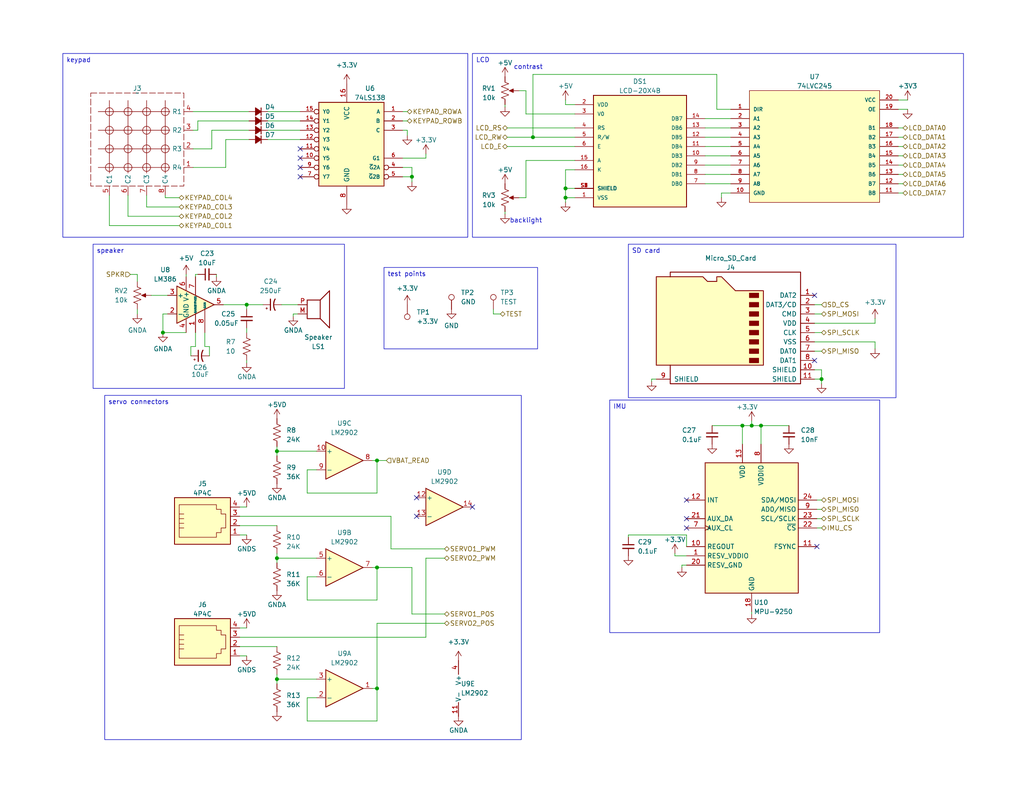
<source format=kicad_sch>
(kicad_sch (version 20231120) (generator "eeschema") (generator_version "8.0")
  (paper "A")
  (title_block (title "EE 110 Alpha Board - GPIO") (date "2024-02-07") (rev "0.1") (company "Adam Krivka"))
  (lib_symbols
    (symbol "74LS138:74LS138" (pin_names (offset 1.016))
      (property "Reference" "U2" (at -6.35 13.97 0))
      (property "Value" "74LS138" (at -6.35 11.43 0))
      (symbol "74LS138_1_0"
        (pin input line (at -15.24 7.62 0) (length 5.08) (name "A") (number "1"))
        (pin output inverted (at 12.7 -5.08 180) (length 5.08) (name "Y5") (number "10"))
        (pin output inverted (at 12.7 -2.54 180) (length 5.08) (name "Y4") (number "11"))
        (pin output inverted (at 12.7 0 180) (length 5.08) (name "Y3") (number "12"))
        (pin output inverted (at 12.7 2.54 180) (length 5.08) (name "Y2") (number "13"))
        (pin output inverted (at 12.7 5.08 180) (length 5.08) (name "Y1") (number "14"))
        (pin output inverted (at 12.7 7.62 180) (length 5.08) (name "Y0") (number "15"))
        (pin input line (at -15.24 5.08 0) (length 5.08) (name "B") (number "2"))
        (pin input line (at -15.24 2.54 0) (length 5.08) (name "C") (number "3"))
        (pin input inverted (at -15.24 -7.62 0) (length 5.08) (name "~{G}2A") (number "4"))
        (pin input inverted (at -15.24 -10.16 0) (length 5.08) (name "~{G}2B") (number "5"))
        (pin input line (at -15.24 -5.08 0) (length 5.08) (name "G1") (number "6"))
        (pin output inverted (at 12.7 -10.16 180) (length 5.08) (name "Y7") (number "7"))
        (pin output inverted (at 12.7 -7.62 180) (length 5.08) (name "Y6") (number "9"))
      )
      (symbol "74LS138_1_1"
        (pin input line (at 0 15.24 270) (length 5.08) (name "VCC") (number "16"))
        (pin input line (at 0 -17.78 90) (length 5.08) (name "GND") (number "8"))
      )
    )
    (symbol "74LVC245:74LVC245" (pin_names (offset 1.016))
      (property "Reference" "U2" (at 0 19.05 0))
      (symbol "74LVC245_0_0"
        (pin bidirectional line (at -22.86 10.16 0) (length 5.08) (name "DIR") (number "1"))
        (pin bidirectional line (at -22.86 -12.7 0) (length 5.08) (name "GND") (number "10"))
        (pin bidirectional line (at 22.86 -12.7 180) (length 5.08) (name "B8") (number "11"))
        (pin bidirectional line (at 22.86 -10.16 180) (length 5.08) (name "B7") (number "12"))
        (pin bidirectional line (at 22.86 -7.62 180) (length 5.08) (name "B6") (number "13"))
        (pin bidirectional line (at 22.86 -5.08 180) (length 5.08) (name "B5") (number "14"))
        (pin bidirectional line (at 22.86 -2.54 180) (length 5.08) (name "B4") (number "15"))
        (pin bidirectional line (at 22.86 0 180) (length 5.08) (name "B3") (number "16"))
        (pin bidirectional line (at 22.86 2.54 180) (length 5.08) (name "B2") (number "17"))
        (pin bidirectional line (at 22.86 5.08 180) (length 5.08) (name "B1") (number "18"))
        (pin bidirectional line (at 22.86 10.16 180) (length 5.08) (name "OE") (number "19"))
        (pin bidirectional line (at -22.86 7.62 0) (length 5.08) (name "A1") (number "2"))
        (pin bidirectional line (at 22.86 12.7 180) (length 5.08) (name "VCC") (number "20"))
        (pin bidirectional line (at -22.86 5.08 0) (length 5.08) (name "A2") (number "3"))
        (pin bidirectional line (at -22.86 2.54 0) (length 5.08) (name "A3") (number "4"))
        (pin bidirectional line (at -22.86 0 0) (length 5.08) (name "A4") (number "5"))
        (pin bidirectional line (at -22.86 -2.54 0) (length 5.08) (name "A5") (number "6"))
        (pin bidirectional line (at -22.86 -5.08 0) (length 5.08) (name "A6") (number "7"))
        (pin bidirectional line (at -22.86 -7.62 0) (length 5.08) (name "A7") (number "8"))
        (pin bidirectional line (at -22.86 -10.16 0) (length 5.08) (name "A8") (number "9"))
      )
    )
    (symbol "Amplifier_Audio:LM386" (pin_names (offset 0.127))
      (property "Reference" "U" (at 1.27 7.62 0))
      (property "Value" "LM386" (at 1.27 5.08 0))
      (symbol "LM386_1_1"
        (pin input line (at 0 -7.62 90) (length 5.08) (name "GAIN") (number "1"))
        (pin input line (at -7.62 -2.54 0) (length 2.54) (name "-") (number "2"))
        (pin input line (at -7.62 2.54 0) (length 2.54) (name "+") (number "3"))
        (pin power_in line (at -2.54 -7.62 90) (length 3.81) (name "GND") (number "4"))
        (pin output line (at 7.62 0 180) (length 2.54) (name "~") (number "5"))
        (pin power_in line (at -2.54 7.62 270) (length 3.81) (name "V+") (number "6"))
        (pin input line (at 0 7.62 270) (length 5.08) (name "BYPASS") (number "7"))
        (pin input line (at 2.54 -7.62 90) (length 6.35) (name "GAIN") (number "8"))
      )
    )
    (symbol "Amplifier_Operational:LM2902" (pin_names (offset 0.127))
      (property "Reference" "U" (at 0 5.08 0))
      (property "Value" "LM2902" (at 0 -5.08 0))
      (symbol "LM2902_1_1"
        (pin output line (at 7.62 0 180) (length 2.54) (name "~") (number "1"))
        (pin input line (at -7.62 -2.54 0) (length 2.54) (name "-") (number "2"))
        (pin input line (at -7.62 2.54 0) (length 2.54) (name "+") (number "3"))
      )
      (symbol "LM2902_2_1"
        (pin input line (at -7.62 2.54 0) (length 2.54) (name "+") (number "5"))
        (pin input line (at -7.62 -2.54 0) (length 2.54) (name "-") (number "6"))
        (pin output line (at 7.62 0 180) (length 2.54) (name "~") (number "7"))
      )
      (symbol "LM2902_3_1"
        (pin input line (at -7.62 2.54 0) (length 2.54) (name "+") (number "10"))
        (pin output line (at 7.62 0 180) (length 2.54) (name "~") (number "8"))
        (pin input line (at -7.62 -2.54 0) (length 2.54) (name "-") (number "9"))
      )
      (symbol "LM2902_4_1"
        (pin input line (at -7.62 2.54 0) (length 2.54) (name "+") (number "12"))
        (pin input line (at -7.62 -2.54 0) (length 2.54) (name "-") (number "13"))
        (pin output line (at 7.62 0 180) (length 2.54) (name "~") (number "14"))
      )
      (symbol "LM2902_5_1"
        (pin power_in line (at -2.54 -7.62 90) (length 3.81) (name "V-") (number "11"))
        (pin power_in line (at -2.54 7.62 270) (length 3.81) (name "V+") (number "4"))
      )
    )
    (symbol "Connector:4P4C" (pin_names (offset 1.016))
      (property "Reference" "J" (at -5.08 8.89 0))
      (property "Value" "4P4C" (at 2.54 8.89 0))
      (symbol "4P4C_1_1"
        (pin passive line (at 10.16 -2.54 180) (length 2.54) (name "~") (number "1"))
        (pin passive line (at 10.16 0 180) (length 2.54) (name "~") (number "2"))
        (pin passive line (at 10.16 2.54 180) (length 2.54) (name "~") (number "3"))
        (pin passive line (at 10.16 5.08 180) (length 2.54) (name "~") (number "4"))
      )
    )
    (symbol "Connector:Micro_SD_Card" (pin_names (offset 1.016))
      (property "Reference" "J4" (at 0 15.24 0))
      (property "Value" "Micro_SD_Card" (at 0 17.78 0))
      (symbol "Micro_SD_Card_1_1"
        (pin bidirectional line (at -22.86 7.62 0) (length 3.81) (name "DAT2") (number "1"))
        (pin passive line (at -22.86 -12.7 0) (length 3.81) (name "SHIELD") (number "10"))
        (pin passive line (at -22.86 -15.24 0) (length 3.81) (name "SHIELD") (number "11"))
        (pin bidirectional line (at -22.86 5.08 0) (length 3.81) (name "DAT3/CD") (number "2"))
        (pin input line (at -22.86 2.54 0) (length 3.81) (name "CMD") (number "3"))
        (pin power_in line (at -22.86 0 0) (length 3.81) (name "VDD") (number "4"))
        (pin input line (at -22.86 -2.54 0) (length 3.81) (name "CLK") (number "5"))
        (pin power_in line (at -22.86 -5.08 0) (length 3.81) (name "VSS") (number "6"))
        (pin bidirectional line (at -22.86 -7.62 0) (length 3.81) (name "DAT0") (number "7"))
        (pin bidirectional line (at -22.86 -10.16 0) (length 3.81) (name "DAT1") (number "8"))
        (pin passive line (at 20.32 -15.24 180) (length 3.81) (name "SHIELD") (number "9"))
      )
    )
    (symbol "Connector:TestPoint" (pin_numbers hide) (pin_names (offset 0.762) hide)
      (property "Reference" "TP" (at 0 6.858 0))
      (property "Value" "TestPoint" (at 0 5.08 0))
      (symbol "TestPoint_1_1"
        (pin passive line (at 0 0 90) (length 2.54) (name "1") (number "1"))
      )
    )
    (symbol "Device:C_Polarized_Small_US" (pin_numbers hide) (pin_names (offset 0.254) hide)
      (property "Reference" "C" (at 0.254 1.778 0))
      (property "Value" "C_Polarized_Small_US" (at 0.254 -2.032 0))
      (symbol "C_Polarized_Small_US_1_1"
        (pin passive line (at 0 2.54 270) (length 2.032) (name "~") (number "1"))
        (pin passive line (at 0 -2.54 90) (length 2.032) (name "~") (number "2"))
      )
    )
    (symbol "Device:C_Small" (pin_numbers hide) (pin_names (offset 0.254) hide)
      (property "Reference" "C" (at 0.254 1.778 0))
      (property "Value" "C_Small" (at 0.254 -2.032 0))
      (symbol "C_Small_1_1"
        (pin passive line (at 0 2.54 270) (length 2.032) (name "~") (number "1"))
        (pin passive line (at 0 -2.54 90) (length 2.032) (name "~") (number "2"))
      )
    )
    (symbol "Device:D_Small_Filled" (pin_numbers hide) (pin_names (offset 0.254) hide)
      (property "Reference" "D" (at -1.27 2.032 0))
      (property "Value" "D_Small_Filled" (at -3.81 -2.032 0))
      (symbol "D_Small_Filled_1_1"
        (pin passive line (at -2.54 0 0) (length 1.778) (name "K") (number "1"))
        (pin passive line (at 2.54 0 180) (length 1.778) (name "A") (number "2"))
      )
    )
    (symbol "Device:R_Potentiometer_US" (pin_numbers hide) (pin_names (offset 1.016) hide)
      (property "Reference" "RV" (at -4.445 0 90))
      (property "Value" "R_Potentiometer_US" (at -2.54 0 90))
      (symbol "R_Potentiometer_US_1_1"
        (pin passive line (at 0 3.81 270) (length 1.27) (name "1") (number "1"))
        (pin passive line (at 3.81 0 180) (length 1.27) (name "2") (number "2"))
        (pin passive line (at 0 -3.81 90) (length 1.27) (name "3") (number "3"))
      )
    )
    (symbol "Device:R_US" (pin_numbers hide) (pin_names (offset 0))
      (property "Reference" "R" (at 2.54 0 90))
      (property "Value" "R_US" (at -2.54 0 90))
      (symbol "R_US_1_1"
        (pin passive line (at 0 3.81 270) (length 1.27) (name "~") (number "1"))
        (pin passive line (at 0 -3.81 90) (length 1.27) (name "~") (number "2"))
      )
    )
    (symbol "Device:Speaker" (pin_names (offset 0) hide)
      (property "Reference" "LS1" (at 0.508 -11.43 0))
      (property "Value" "Speaker" (at 0.508 -8.89 0))
      (symbol "Speaker_1_1"
        (pin input line (at -5.08 -2.54 0) (length 2.54) (name "2") (number "M"))
        (pin input line (at -5.08 0 0) (length 2.54) (name "1") (number "P"))
      )
    )
    (symbol "My_Library:Keypad_4x4"
      (property "Reference" "J3" (at 0 13.97 0))
      (property "Value" "~" (at 0 12.7 0))
      (symbol "Keypad_4x4_1_1"
        (pin bidirectional line (at 15.24 -7.62 180) (length 2.54) (name "R4") (number "1"))
        (pin bidirectional line (at 15.24 -2.54 180) (length 2.54) (name "R3") (number "2"))
        (pin bidirectional line (at 15.24 2.54 180) (length 2.54) (name "R2") (number "3"))
        (pin bidirectional line (at 15.24 7.62 180) (length 2.54) (name "R1") (number "4"))
        (pin bidirectional line (at -7.62 -15.24 90) (length 2.54) (name "C1") (number "5"))
        (pin bidirectional line (at -2.54 -15.24 90) (length 2.54) (name "C2") (number "6"))
        (pin bidirectional line (at 2.54 -15.24 90) (length 2.54) (name "C3") (number "7"))
        (pin bidirectional line (at 7.62 -15.24 90) (length 2.54) (name "C4") (number "8"))
      )
    )
    (symbol "R_Potentiometer_US_1" (pin_numbers hide) (pin_names (offset 1.016) hide)
      (property "Reference" "RV" (at -4.445 0 90))
      (property "Value" "R_Potentiometer_US" (at -2.54 0 90))
      (symbol "R_Potentiometer_US_1_1_1"
        (pin passive line (at 0 3.81 270) (length 1.27) (name "1") (number "1"))
        (pin passive line (at 3.81 0 180) (length 1.27) (name "2") (number "2"))
        (pin passive line (at 0 -3.81 90) (length 1.27) (name "3") (number "3"))
      )
    )
    (symbol "Sensor_Motion:MPU-9250"
      (property "Reference" "U" (at -11.43 19.05 0))
      (property "Value" "MPU-9250" (at 7.62 -19.05 0))
      (symbol "MPU-9250_1_1"
        (pin input line (at 17.78 -7.62 180) (length 5.08) (name "RESV_VDDIO") (number "1"))
        (pin passive line (at 17.78 -5.08 180) (length 5.08) (name "REGOUT") (number "10"))
        (pin input line (at -17.78 -5.08 0) (length 5.08) (name "FSYNC") (number "11"))
        (pin output line (at 17.78 7.62 180) (length 5.08) (name "INT") (number "12"))
        (pin power_in line (at 2.54 22.86 270) (length 5.08) (name "VDD") (number "13"))
        (pin power_in line (at 0 -22.86 90) (length 5.08) (name "GND") (number "18"))
        (pin power_in line (at 17.78 -10.16 180) (length 5.08) (name "RESV_GND") (number "20"))
        (pin bidirectional line (at 17.78 2.54 180) (length 5.08) (name "AUX_DA") (number "21"))
        (pin input line (at -17.78 0 0) (length 5.08) (name "~{CS}") (number "22"))
        (pin input line (at -17.78 2.54 0) (length 5.08) (name "SCL/SCLK") (number "23"))
        (pin bidirectional line (at -17.78 7.62 0) (length 5.08) (name "SDA/MOSI") (number "24"))
        (pin output clock (at 17.78 0 180) (length 5.08) (name "AUX_CL") (number "7"))
        (pin power_in line (at -2.54 22.86 270) (length 5.08) (name "VDDIO") (number "8"))
        (pin bidirectional line (at -17.78 5.08 0) (length 5.08) (name "AD0/MISO") (number "9"))
      )
    )
    (symbol "lcd2004:LCD-20X4B" (pin_names (offset 1.016))
      (property "Reference" "DS1" (at 0 21.59 0))
      (property "Value" "LCD-20X4B" (at 0 19.05 0))
      (symbol "LCD-20X4B_0_0"
        (pin power_in line (at -17.78 -10.16 0) (length 5.08) (name "VSS") (number "1"))
        (pin bidirectional line (at 17.78 1.27 180) (length 5.08) (name "DB3") (number "10"))
        (pin bidirectional line (at 17.78 3.81 180) (length 5.08) (name "DB4") (number "11"))
        (pin bidirectional line (at 17.78 6.35 180) (length 5.08) (name "DB5") (number "12"))
        (pin bidirectional line (at 17.78 8.89 180) (length 5.08) (name "DB6") (number "13"))
        (pin bidirectional line (at 17.78 11.43 180) (length 5.08) (name "DB7") (number "14"))
        (pin passive line (at -17.78 0 0) (length 5.08) (name "A") (number "15"))
        (pin passive line (at -17.78 -2.54 0) (length 5.08) (name "K") (number "16"))
        (pin power_in line (at -17.78 15.24 0) (length 5.08) (name "VDD") (number "2"))
        (pin power_in line (at -17.78 12.7 0) (length 5.08) (name "V0") (number "3"))
        (pin input line (at -17.78 8.89 0) (length 5.08) (name "RS") (number "4"))
        (pin input line (at -17.78 6.35 0) (length 5.08) (name "R/W") (number "5"))
        (pin input line (at -17.78 3.81 0) (length 5.08) (name "E") (number "6"))
        (pin bidirectional line (at 17.78 -6.35 180) (length 5.08) (name "DB0") (number "7"))
        (pin bidirectional line (at 17.78 -3.81 180) (length 5.08) (name "DB1") (number "8"))
        (pin bidirectional line (at 17.78 -1.27 180) (length 5.08) (name "DB2") (number "9"))
        (pin passive line (at -17.78 -7.62 0) (length 5.08) (name "SHIELD") (number "S1"))
        (pin passive line (at -17.78 -7.62 0) (length 5.08) (name "SHIELD") (number "S2"))
        (pin passive line (at -17.78 -7.62 0) (length 5.08) (name "SHIELD") (number "S3"))
        (pin passive line (at -17.78 -7.62 0) (length 5.08) (name "SHIELD") (number "S4"))
      )
    )
    (symbol "power:+3.3V" (power) (pin_names (offset 0))
      (property "Value" "+3.3V" (at 0 3.556 0))
      (symbol "+3.3V_1_1"
        (pin power_in line (at 0 0 90) (length 0) hide (name "+3.3V") (number "1"))
      )
    )
    (symbol "power:+3V3" (power) (pin_names (offset 0))
      (property "Value" "+3V3" (at 0 3.556 0))
      (symbol "+3V3_1_1"
        (pin power_in line (at 0 0 90) (length 0) hide (name "+3V3") (number "1"))
      )
    )
    (symbol "power:+5V" (power) (pin_names (offset 0))
      (property "Value" "+5V" (at 0 3.556 0))
      (symbol "+5V_1_1"
        (pin power_in line (at 0 0 90) (length 0) hide (name "+5V") (number "1"))
      )
    )
    (symbol "power:+5VD" (power) (pin_names (offset 0))
      (property "Value" "+5VD" (at 0 3.556 0))
      (symbol "+5VD_1_1"
        (pin power_in line (at 0 0 90) (length 0) hide (name "+5VD") (number "1"))
      )
    )
    (symbol "power:GND" (power) (pin_names (offset 0))
      (property "Value" "GND" (at 0 -3.81 0))
      (symbol "GND_1_1"
        (pin power_in line (at 0 0 270) (length 0) hide (name "GND") (number "1"))
      )
    )
    (symbol "power:GNDA" (power) (pin_names (offset 0))
      (property "Value" "GNDA" (at 0 -3.81 0))
      (symbol "GNDA_1_1"
        (pin power_in line (at 0 0 270) (length 0) hide (name "GNDA") (number "1"))
      )
    )
    (symbol "power:GNDS" (power) (pin_names (offset 0))
      (property "Value" "GNDS" (at 0 -3.81 0))
      (symbol "GNDS_1_1"
        (pin power_in line (at 0 0 270) (length 0) hide (name "GNDS") (number "1"))
      )
    )
  )
  (junction (at 102.87 125.73))
  (junction (at 207.645 116.205))
  (junction (at 202.565 116.205))
  (junction (at 75.565 123.19))
  (junction (at 112.395 48.26))
  (junction (at 67.31 83.185))
  (junction (at 224.155 103.505))
  (junction (at 102.87 187.96))
  (junction (at 154.305 53.975))
  (junction (at 145.415 37.465))
  (junction (at 102.87 154.94))
  (junction (at 154.305 51.435))
  (junction (at 205.105 116.205))
  (junction (at 44.45 90.805))
  (junction (at 75.565 152.4))
  (junction (at 75.565 185.42))
  (no_connect (at 81.915 43.18))
  (no_connect (at 187.325 141.605))
  (no_connect (at 113.665 140.97))
  (no_connect (at 187.325 136.525))
  (no_connect (at 222.25 80.645))
  (no_connect (at 81.915 40.64))
  (no_connect (at 81.915 45.72))
  (no_connect (at 81.915 48.26))
  (no_connect (at 128.905 138.43))
  (no_connect (at 187.325 144.145))
  (no_connect (at 113.665 135.89))
  (no_connect (at 222.25 98.425))
  (no_connect (at 222.885 149.225))
  (wire (pts (xy 34.925 53.34) (xy 34.925 59.055)))
  (wire (pts (xy 196.85 52.705) (xy 199.39 52.705)))
  (wire (pts (xy 137.795 28.575) (xy 137.795 29.21)))
  (wire (pts (xy 192.405 42.545) (xy 199.39 42.545)))
  (wire (pts (xy 52.705 45.72) (xy 61.595 45.72)))
  (wire (pts (xy 102.87 134.62) (xy 102.87 125.73)))
  (wire (pts (xy 59.055 74.93) (xy 59.055 75.565)))
  (wire (pts (xy 50.8 74.93) (xy 50.8 75.565)))
  (wire (pts (xy 75.565 184.15) (xy 75.565 185.42)))
  (wire (pts (xy 65.405 140.97) (xy 106.68 140.97)))
  (wire (pts (xy 238.76 93.345) (xy 238.76 95.25)))
  (wire (pts (xy 177.8 103.505) (xy 177.8 104.14)))
  (wire (pts (xy 45.085 53.34) (xy 45.085 53.975)))
  (wire (pts (xy 136.525 85.725) (xy 134.62 85.725)))
  (wire (pts (xy 154.305 55.245) (xy 154.305 53.975)))
  (wire (pts (xy 116.205 152.4) (xy 121.285 152.4)))
  (wire (pts (xy 102.87 154.94) (xy 112.395 154.94)))
  (wire (pts (xy 179.07 103.505) (xy 177.8 103.505)))
  (wire (pts (xy 143.51 43.815) (xy 143.51 53.975)))
  (wire (pts (xy 156.845 28.575) (xy 154.305 28.575)))
  (wire (pts (xy 53.975 74.93) (xy 53.34 74.93)))
  (wire (pts (xy 112.395 154.94) (xy 112.395 167.64)))
  (wire (pts (xy 52.07 97.155) (xy 52.07 94.615)))
  (wire (pts (xy 222.25 90.805) (xy 224.155 90.805)))
  (wire (pts (xy 40.005 53.34) (xy 40.005 56.515)))
  (wire (pts (xy 76.835 83.185) (xy 81.28 83.185)))
  (wire (pts (xy 29.845 53.34) (xy 29.845 61.595)))
  (wire (pts (xy 86.36 157.48) (xy 83.82 157.48)))
  (wire (pts (xy 137.795 57.785) (xy 137.795 58.42)))
  (wire (pts (xy 222.885 139.065) (xy 224.155 139.065)))
  (wire (pts (xy 57.785 35.56) (xy 67.945 35.56)))
  (wire (pts (xy 245.11 45.085) (xy 246.38 45.085)))
  (wire (pts (xy 83.82 157.48) (xy 83.82 163.83)))
  (wire (pts (xy 187.325 151.765) (xy 184.15 151.765)))
  (wire (pts (xy 143.51 53.975) (xy 141.605 53.975)))
  (wire (pts (xy 154.305 53.975) (xy 156.845 53.975)))
  (wire (pts (xy 106.68 140.97) (xy 106.68 149.86)))
  (wire (pts (xy 102.87 125.73) (xy 101.6 125.73)))
  (wire (pts (xy 205.105 167.005) (xy 205.105 167.64)))
  (wire (pts (xy 245.11 29.845) (xy 247.65 29.845)))
  (wire (pts (xy 112.395 48.26) (xy 112.395 49.657)))
  (wire (pts (xy 112.395 45.72) (xy 112.395 48.26)))
  (wire (pts (xy 41.275 80.645) (xy 45.72 80.645)))
  (wire (pts (xy 224.155 103.505) (xy 224.155 104.775)))
  (wire (pts (xy 57.785 35.56) (xy 57.785 40.64)))
  (wire (pts (xy 196.85 52.705) (xy 196.85 53.975)))
  (wire (pts (xy 55.88 90.805) (xy 55.88 94.615)))
  (wire (pts (xy 73.025 35.56) (xy 81.915 35.56)))
  (wire (pts (xy 154.305 28.575) (xy 154.305 27.305)))
  (wire (pts (xy 186.055 154.305) (xy 186.055 154.94)))
  (wire (pts (xy 222.25 83.185) (xy 224.155 83.185)))
  (wire (pts (xy 67.31 89.535) (xy 67.31 90.805)))
  (wire (pts (xy 73.025 38.1) (xy 81.915 38.1)))
  (wire (pts (xy 57.15 94.615) (xy 57.15 97.155)))
  (wire (pts (xy 53.975 33.02) (xy 53.975 35.56)))
  (wire (pts (xy 145.415 20.32) (xy 195.58 20.32)))
  (wire (pts (xy 222.25 103.505) (xy 224.155 103.505)))
  (wire (pts (xy 138.43 34.925) (xy 156.845 34.925)))
  (wire (pts (xy 145.415 37.465) (xy 156.845 37.465)))
  (wire (pts (xy 245.11 27.305) (xy 247.65 27.305)))
  (wire (pts (xy 192.405 37.465) (xy 199.39 37.465)))
  (wire (pts (xy 52.705 35.56) (xy 53.975 35.56)))
  (wire (pts (xy 75.565 121.92) (xy 75.565 123.19)))
  (wire (pts (xy 102.87 154.94) (xy 101.6 154.94)))
  (wire (pts (xy 52.705 30.48) (xy 67.945 30.48)))
  (wire (pts (xy 245.11 47.625) (xy 246.38 47.625)))
  (wire (pts (xy 75.565 152.4) (xy 86.36 152.4)))
  (wire (pts (xy 80.01 85.725) (xy 80.01 86.36)))
  (wire (pts (xy 65.405 176.53) (xy 75.565 176.53)))
  (wire (pts (xy 116.205 42.037) (xy 116.205 43.18)))
  (wire (pts (xy 143.51 24.765) (xy 143.51 31.115)))
  (wire (pts (xy 109.855 35.56) (xy 111.125 35.56)))
  (wire (pts (xy 73.025 30.48) (xy 81.915 30.48)))
  (wire (pts (xy 61.595 38.1) (xy 61.595 45.72)))
  (wire (pts (xy 34.925 59.055) (xy 48.895 59.055)))
  (wire (pts (xy 222.885 141.605) (xy 224.155 141.605)))
  (wire (pts (xy 199.39 29.845) (xy 195.58 29.845)))
  (wire (pts (xy 222.25 100.965) (xy 224.155 100.965)))
  (wire (pts (xy 44.45 85.725) (xy 44.45 90.805)))
  (wire (pts (xy 65.405 146.05) (xy 67.31 146.05)))
  (wire (pts (xy 143.51 24.765) (xy 141.605 24.765)))
  (wire (pts (xy 102.87 125.73) (xy 105.41 125.73)))
  (wire (pts (xy 192.405 50.165) (xy 199.39 50.165)))
  (wire (pts (xy 75.565 123.19) (xy 75.565 124.46)))
  (wire (pts (xy 53.975 33.02) (xy 67.945 33.02)))
  (wire (pts (xy 116.205 43.18) (xy 109.855 43.18)))
  (wire (pts (xy 102.87 170.18) (xy 102.87 187.96)))
  (wire (pts (xy 86.36 190.5) (xy 83.82 190.5)))
  (wire (pts (xy 222.885 136.525) (xy 224.155 136.525)))
  (wire (pts (xy 112.395 48.26) (xy 109.855 48.26)))
  (wire (pts (xy 65.405 171.45) (xy 67.31 171.45)))
  (wire (pts (xy 75.565 185.42) (xy 86.36 185.42)))
  (wire (pts (xy 61.595 38.1) (xy 67.945 38.1)))
  (wire (pts (xy 102.87 163.83) (xy 102.87 154.94)))
  (wire (pts (xy 75.565 151.13) (xy 75.565 152.4)))
  (wire (pts (xy 156.845 46.355) (xy 154.305 46.355)))
  (wire (pts (xy 116.205 173.99) (xy 116.205 152.4)))
  (wire (pts (xy 222.25 93.345) (xy 238.76 93.345)))
  (wire (pts (xy 67.31 98.425) (xy 67.31 99.06)))
  (wire (pts (xy 238.76 88.265) (xy 238.76 86.995)))
  (wire (pts (xy 52.07 94.615) (xy 53.34 94.615)))
  (wire (pts (xy 222.25 85.725) (xy 224.155 85.725)))
  (wire (pts (xy 138.43 40.005) (xy 156.845 40.005)))
  (wire (pts (xy 192.405 45.085) (xy 199.39 45.085)))
  (wire (pts (xy 75.565 152.4) (xy 75.565 153.67)))
  (wire (pts (xy 109.855 33.02) (xy 111.125 33.02)))
  (wire (pts (xy 245.11 37.465) (xy 246.38 37.465)))
  (wire (pts (xy 205.105 114.935) (xy 205.105 116.205)))
  (wire (pts (xy 145.415 20.32) (xy 145.415 37.465)))
  (wire (pts (xy 138.43 37.465) (xy 145.415 37.465)))
  (wire (pts (xy 222.25 88.265) (xy 238.76 88.265)))
  (wire (pts (xy 207.645 116.205) (xy 207.645 121.285)))
  (wire (pts (xy 245.11 40.005) (xy 246.38 40.005)))
  (wire (pts (xy 143.51 43.815) (xy 156.845 43.815)))
  (wire (pts (xy 83.82 196.85) (xy 102.87 196.85)))
  (wire (pts (xy 65.405 179.07) (xy 67.31 179.07)))
  (wire (pts (xy 86.36 128.27) (xy 83.82 128.27)))
  (wire (pts (xy 81.28 85.725) (xy 80.01 85.725)))
  (wire (pts (xy 222.885 144.145) (xy 224.155 144.145)))
  (wire (pts (xy 205.105 116.205) (xy 202.565 116.205)))
  (wire (pts (xy 245.11 34.925) (xy 246.38 34.925)))
  (wire (pts (xy 102.87 196.85) (xy 102.87 187.96)))
  (wire (pts (xy 184.15 151.765) (xy 184.15 151.13)))
  (wire (pts (xy 75.565 123.19) (xy 86.36 123.19)))
  (wire (pts (xy 112.395 167.64) (xy 121.285 167.64)))
  (wire (pts (xy 83.82 134.62) (xy 102.87 134.62)))
  (wire (pts (xy 35.56 74.93) (xy 37.465 74.93)))
  (wire (pts (xy 207.645 116.205) (xy 215.265 116.205)))
  (wire (pts (xy 202.565 116.205) (xy 202.565 121.285)))
  (wire (pts (xy 65.405 138.43) (xy 67.31 138.43)))
  (wire (pts (xy 192.405 40.005) (xy 199.39 40.005)))
  (wire (pts (xy 83.82 190.5) (xy 83.82 196.85)))
  (wire (pts (xy 245.11 50.165) (xy 246.38 50.165)))
  (wire (pts (xy 67.31 83.185) (xy 71.755 83.185)))
  (wire (pts (xy 192.405 32.385) (xy 199.39 32.385)))
  (wire (pts (xy 222.25 95.885) (xy 224.155 95.885)))
  (wire (pts (xy 106.68 149.86) (xy 121.285 149.86)))
  (wire (pts (xy 40.005 56.515) (xy 48.895 56.515)))
  (wire (pts (xy 187.325 154.305) (xy 186.055 154.305)))
  (wire (pts (xy 65.405 143.51) (xy 75.565 143.51)))
  (wire (pts (xy 37.465 74.93) (xy 37.465 76.835)))
  (wire (pts (xy 194.31 116.205) (xy 202.565 116.205)))
  (wire (pts (xy 55.88 94.615) (xy 57.15 94.615)))
  (wire (pts (xy 45.085 53.975) (xy 48.895 53.975)))
  (wire (pts (xy 245.11 42.545) (xy 246.38 42.545)))
  (wire (pts (xy 53.34 94.615) (xy 53.34 90.805)))
  (wire (pts (xy 83.82 128.27) (xy 83.82 134.62)))
  (wire (pts (xy 195.58 29.845) (xy 195.58 20.32)))
  (wire (pts (xy 245.11 52.705) (xy 246.38 52.705)))
  (wire (pts (xy 109.855 45.72) (xy 112.395 45.72)))
  (wire (pts (xy 52.705 40.64) (xy 57.785 40.64)))
  (wire (pts (xy 67.31 83.185) (xy 67.31 84.455)))
  (wire (pts (xy 102.87 187.96) (xy 101.6 187.96)))
  (wire (pts (xy 156.845 51.435) (xy 154.305 51.435)))
  (wire (pts (xy 53.34 74.93) (xy 53.34 75.565)))
  (wire (pts (xy 60.96 83.185) (xy 67.31 83.185)))
  (wire (pts (xy 192.405 47.625) (xy 199.39 47.625)))
  (wire (pts (xy 171.45 146.05) (xy 171.45 146.685)))
  (wire (pts (xy 109.855 30.48) (xy 111.125 30.48)))
  (wire (pts (xy 111.125 35.56) (xy 111.125 36.957)))
  (wire (pts (xy 45.72 85.725) (xy 44.45 85.725)))
  (wire (pts (xy 73.025 33.02) (xy 81.915 33.02)))
  (wire (pts (xy 83.82 163.83) (xy 102.87 163.83)))
  (wire (pts (xy 29.845 61.595) (xy 48.895 61.595)))
  (wire (pts (xy 192.405 34.925) (xy 199.39 34.925)))
  (wire (pts (xy 187.325 146.05) (xy 187.325 149.225)))
  (wire (pts (xy 65.405 173.99) (xy 116.205 173.99)))
  (wire (pts (xy 37.465 84.455) (xy 37.465 85.725)))
  (wire (pts (xy 154.305 51.435) (xy 154.305 53.975)))
  (wire (pts (xy 143.51 31.115) (xy 156.845 31.115)))
  (wire (pts (xy 224.155 100.965) (xy 224.155 103.505)))
  (wire (pts (xy 154.305 46.355) (xy 154.305 51.435)))
  (wire (pts (xy 75.565 185.42) (xy 75.565 186.69)))
  (wire (pts (xy 102.87 170.18) (xy 121.285 170.18)))
  (wire (pts (xy 134.62 85.725) (xy 134.62 84.455)))
  (wire (pts (xy 44.45 90.805) (xy 50.8 90.805)))
  (wire (pts (xy 171.45 146.05) (xy 187.325 146.05)))
  (wire (pts (xy 205.105 116.205) (xy 207.645 116.205)))
  (text_box "test points" (at 104.775 73.025 0) (size 41.91 22.225) (effects (font (size 1.27 1.27)) (justify left top)))
  (text_box "keypad" (at 17.145 14.605 0) (size 110.49 50.165) (effects (font (size 1.27 1.27)) (justify left top)))
  (text_box "SD card\n" (at 171.45 66.675 0) (size 73.025 41.91) (effects (font (size 1.27 1.27)) (justify left top)))
  (text_box "servo connectors" (at 28.575 107.95 0) (size 113.665 93.98) (effects (font (size 1.27 1.27)) (justify left top)))
  (text_box "speaker" (at 25.4 66.675 0) (size 68.58 39.37) (effects (font (size 1.27 1.27)) (justify left top)))
  (text_box "LCD\n" (at 128.905 14.605 0) (size 133.985 50.165) (effects (font (size 1.27 1.27)) (justify left top)))
  (text_box "IMU" (at 166.37 109.22 0) (size 73.66 63.5) (effects (font (size 1.27 1.27)) (justify left top)))
  (text "backlight" (at 143.51 60.325 0) (effects (font (size 1.27 1.27))))
  (text "contrast\n" (at 144.145 18.415 0) (effects (font (size 1.27 1.27))))
  (hierarchical_label "LCD_DATA7" (shape bidirectional) (at 246.38 52.705 0))
  (hierarchical_label "TEST" (shape bidirectional) (at 136.525 85.725 0))
  (hierarchical_label "LCD_DATA1" (shape bidirectional) (at 246.38 37.465 0))
  (hierarchical_label "SERVO2_PWM" (shape bidirectional) (at 121.285 152.4 0))
  (hierarchical_label "SERVO1_PWM" (shape bidirectional) (at 121.285 149.86 0))
  (hierarchical_label "LCD_DATA0" (shape bidirectional) (at 246.38 34.925 0))
  (hierarchical_label "SPI_MISO" (shape bidirectional) (at 224.155 95.885 0))
  (hierarchical_label "KEYPAD_COL3" (shape bidirectional) (at 48.895 56.515 0))
  (hierarchical_label "LCD_E" (shape bidirectional) (at 138.43 40.005 180))
  (hierarchical_label "KEYPAD_COL2" (shape bidirectional) (at 48.895 59.055 0))
  (hierarchical_label "LCD_DATA6" (shape bidirectional) (at 246.38 50.165 0))
  (hierarchical_label "KEYPAD_ROWB" (shape bidirectional) (at 111.125 33.02 0))
  (hierarchical_label "SPI_SCLK" (shape bidirectional) (at 224.155 141.605 0))
  (hierarchical_label "SPKR" (shape input) (at 35.56 74.93 180))
  (hierarchical_label "SPI_MISO" (shape bidirectional) (at 224.155 139.065 0))
  (hierarchical_label "SERVO1_POS" (shape bidirectional) (at 121.285 167.64 0))
  (hierarchical_label "IMU_CS" (shape bidirectional) (at 224.155 144.145 0))
  (hierarchical_label "LCD_RS" (shape bidirectional) (at 138.43 34.925 180))
  (hierarchical_label "SPI_MOSI" (shape bidirectional) (at 224.155 85.725 0))
  (hierarchical_label "SERVO2_POS" (shape bidirectional) (at 121.285 170.18 0))
  (hierarchical_label "SD_CS" (shape input) (at 224.155 83.185 0))
  (hierarchical_label "SPI_MOSI" (shape bidirectional) (at 224.155 136.525 0))
  (hierarchical_label "KEYPAD_ROWA" (shape bidirectional) (at 111.125 30.48 0))
  (hierarchical_label "KEYPAD_COL1" (shape bidirectional) (at 48.895 61.595 0))
  (hierarchical_label "LCD_RW" (shape bidirectional) (at 138.43 37.465 180))
  (hierarchical_label "LCD_DATA5" (shape bidirectional) (at 246.38 47.625 0))
  (hierarchical_label "LCD_DATA2" (shape bidirectional) (at 246.38 40.005 0))
  (hierarchical_label "SPI_SCLK" (shape bidirectional) (at 224.155 90.805 0))
  (hierarchical_label "VBAT_READ" (shape input) (at 105.41 125.73 0))
  (hierarchical_label "KEYPAD_COL4" (shape bidirectional) (at 48.895 53.975 0))
  (hierarchical_label "LCD_DATA3" (shape bidirectional) (at 246.38 42.545 0))
  (hierarchical_label "LCD_DATA4" (shape bidirectional) (at 246.38 45.085 0))
  (symbol (lib_id "Amplifier_Operational:LM2902") (at 93.98 125.73 0) (unit 3)
    (property "Reference" "U9" (at 93.98 115.57 0))
    (property "Value" "LM2902" (at 93.98 118.11 0))
    (property "Footprint" "Package_SO:SOIC-14_3.9x8.7mm_P1.27mm" (effects (hide yes)))
    (property "Datasheet" "http://www.ti.com/lit/ds/symlink/lm2902-n.pdf" (effects (hide yes)))
  )
  (symbol (lib_id "Connector:4P4C") (at 55.245 176.53 0) (unit 1)
    (property "Reference" "J6" (at 55.245 165.1 0))
    (property "Value" "4P4C" (at 55.245 167.64 0))
    (property "Footprint" "Connector_JST:JST_XH_S4B-XH-A-1_1x04_P2.50mm_Horizontal" (effects (hide yes)))
  )
  (symbol (lib_id "power:+5V") (at 137.795 20.955 0) (unit 1)
    (property "Reference" "#PWR042" (effects (hide yes)))
    (property "Value" "+5V" (at 137.795 17.145 0))
    (instances (project "ee110_alpha_board" (path "" (reference "#PWR042") (unit 1))) (project "ee110a_hw4_stepper" (path "" (reference "#PWR?") (unit 1))) (project "ee110a_hw3_lcd" (path "" (reference "#PWR?") (unit 1))) (project "ee110a_hw5_servo" (path "" (reference "#PWR?") (unit 1))))
  )
  (symbol (lib_id "power:GND") (at 123.19 84.455 0) (unit 1)
    (property "Reference" "#PWR050" (effects (hide yes)))
    (property "Value" "GND" (at 123.19 88.9 0))
  )
  (symbol (lib_id "power:GNDA") (at 67.31 99.06 0) (mirror y) (unit 1)
    (property "Reference" "#PWR056" (effects (hide yes)))
    (property "Value" "GNDA" (at 67.31 102.87 0))
  )
  (symbol (lib_id "74LVC245:74LVC245") (at 222.25 40.005 0) (unit 1)
    (property "Reference" "U7" (at 222.25 20.955 0))
    (property "Value" "74LVC245" (at 222.25 23.495 0))
    (property "Footprint" "Package_SO:SOIC-20W_7.5x15.4mm_P1.27mm" (effects (hide yes)))
    (property "Description" "\nTransceiver, Non-Inverting 1 Element 8 Bit per Element 3-State Output 20-TSSOP\n" (effects (hide yes)))
    (property "MF" "ON Semiconductor" (effects (hide yes)))
    (property "Package" "TSSOP-20 ON Semiconductor" (effects (hide yes)))
    (property "Price" "None" (effects (hide yes)))
    (property "Check_prices" "https://www.snapeda.com/parts/74LVC245/Onsemi/view-part/?ref=eda" (effects (hide yes)))
    (property "VALUE" "74LVC245" (effects (hide yes)))
    (property "SnapEDA_Link" "https://www.snapeda.com/parts/74LVC245/Onsemi/view-part/?ref=snap" (effects (hide yes)))
    (property "PROD_ID" "IC-11305" (effects (hide yes)))
    (property "Availability" "In Stock" (effects (hide yes)))
    (property "MP" "74LVC245" (effects (hide yes)))
    (instances (project "ee110_alpha_board" (path "" (reference "U7") (unit 1))) (project "ee110a_hw4_stepper" (path "" (reference "U?") (unit 1))) (project "ee110a_hw3_lcd" (path "" (reference "U?") (unit 1))) (project "ee110a_hw5_servo" (path "" (reference "U?") (unit 1))))
  )
  (symbol (lib_id "power:GND") (at 177.8 104.14 0) (unit 1)
    (property "Reference" "#PWR057" (effects (hide yes)))
    (property "Value" "GND" (effects (hide yes)))
  )
  (symbol (lib_id "Device:R_Potentiometer_US") (at 137.795 24.765 0) (unit 1)
    (property "Reference" "RV1" (at 135.255 24.13 0) (effects (justify right)))
    (property "Value" "10k" (at 135.255 26.67 0) (effects (justify right)))
    (property "Footprint" "Potentiometer_THT:Potentiometer_Bourns_3296P_Horizontal" (effects (hide yes)))
    (property "Datasheet" "https://www.digikey.com/en/products/detail/bourns-inc/3296P-1-103LF/1088027" (effects (hide yes)))
    (instances (project "ee110_alpha_board" (path "" (reference "RV1") (unit 1))) (project "ee110a_hw4_stepper" (path "" (reference "RV?") (unit 1))) (project "ee110a_hw3_lcd" (path "" (reference "RV?") (unit 1))) (project "ee110a_hw5_servo" (path "" (reference "RV?") (unit 1))))
  )
  (symbol (lib_id "Device:D_Small_Filled") (at 70.485 35.56 180) (unit 1)
    (property "Reference" "D6" (at 73.66 34.29 0))
    (property "Value" "D_Small_Filled" (effects (hide yes)))
    (property "Footprint" "Diode_SMD:D_0603_1608Metric" (effects (hide yes)))
    (property "Sim.Device" "D" (effects (hide yes)))
    (property "Sim.Pins" "1=K 2=A" (effects (hide yes)))
  )
  (symbol (lib_id "power:GND") (at 137.795 58.42 0) (unit 1)
    (property "Reference" "#PWR077" (effects (hide yes)))
    (property "Value" "GND" (effects (hide yes)))
  )
  (symbol (lib_id "Device:C_Small") (at 171.45 149.225 0) (unit 1)
    (property "Reference" "C29" (at 173.99 147.9613 0) (effects (justify left)))
    (property "Value" "0.1uF" (at 173.99 150.5013 0) (effects (justify left)))
    (property "Footprint" "Capacitor_SMD:C_0603_1608Metric" (effects (hide yes)))
  )
  (symbol (lib_id "Device:D_Small_Filled") (at 70.485 38.1 180) (unit 1)
    (property "Reference" "D7" (at 73.66 36.83 0))
    (property "Value" "D_Small_Filled" (effects (hide yes)))
    (property "Footprint" "Diode_SMD:D_0603_1608Metric" (effects (hide yes)))
    (property "Sim.Device" "D" (effects (hide yes)))
    (property "Sim.Pins" "1=K 2=A" (effects (hide yes)))
  )
  (symbol (lib_id "power:+3.3V") (at 184.15 151.13 0) (unit 1)
    (property "Reference" "#PWR065" (effects (hide yes)))
    (property "Value" "+3.3V" (at 184.15 147.32 0))
  )
  (symbol (lib_id "Sensor_Motion:MPU-9250") (at 205.105 144.145 0) (mirror y) (unit 1)
    (property "Reference" "U10" (at 205.6891 164.465 0) (effects (justify right)))
    (property "Value" "MPU-9250" (at 205.6891 167.005 0) (effects (justify right)))
    (property "Footprint" "Sensor_Motion:InvenSense_QFN-24_3x3mm_P0.4mm" (effects (hide yes)))
    (property "Datasheet" "https://invensense.tdk.com/wp-content/uploads/2015/02/PS-MPU-9250A-01-v1.1.pdf" (effects (hide yes)))
  )
  (symbol (lib_name "R_Potentiometer_US_1") (lib_id "Device:R_Potentiometer_US") (at 37.465 80.645 0) (unit 1)
    (property "Reference" "RV2" (at 34.925 79.375 0) (effects (justify right)))
    (property "Value" "10k" (at 34.925 81.915 0) (effects (justify right)))
    (property "Footprint" "My_Footprint:TRIM_PTV09A-2015U-B103" (effects (hide yes)))
  )
  (symbol (lib_id "Device:R_US") (at 75.565 118.11 0) (unit 1)
    (property "Reference" "R8" (at 78.105 117.475 0) (effects (justify left)))
    (property "Value" "24K" (at 78.105 120.015 0) (effects (justify left)))
    (property "Footprint" "Resistor_SMD:R_0603_1608Metric" (effects (hide yes)))
  )
  (symbol (lib_id "power:+3.3V") (at 111.125 83.185 0) (unit 1)
    (property "Reference" "#PWR049" (effects (hide yes)))
    (property "Value" "+3.3V" (at 111.125 78.74 0))
  )
  (symbol (lib_id "power:GNDA") (at 59.055 75.565 0) (mirror y) (unit 1)
    (property "Reference" "#PWR048" (effects (hide yes)))
    (property "Value" "GNDA" (at 59.055 79.375 0))
  )
  (symbol (lib_id "power:GNDA") (at 75.565 194.31 0) (unit 1)
    (property "Reference" "#PWR073" (effects (hide yes)))
    (property "Value" "GNDA" (effects (hide yes)))
  )
  (symbol (lib_id "My_Library:Keypad_4x4") (at 37.465 38.1 0) (unit 1)
    (property "Reference" "J3" (at 37.465 24.13 0))
    (property "Value" "~" (at 37.465 25.4 0))
    (property "Footprint" "My_Footprint:4x4_Keypad" (effects (hide yes)))
    (instances (project "ee110_alpha_board" (path "" (reference "J3") (unit 1))) (project "ee110a_hw4_stepper" (path "" (reference "J?") (unit 1))) (project "ee110a_hw2_keypad" (path "" (reference "J?") (unit 1))) (project "ee110a_hw5_servo" (path "" (reference "J?") (unit 1))))
  )
  (symbol (lib_id "Amplifier_Operational:LM2902") (at 93.98 187.96 0) (unit 1)
    (property "Reference" "U9" (at 93.98 178.435 0))
    (property "Value" "LM2902" (at 93.98 180.975 0))
    (property "Footprint" "Package_SO:SOIC-14_3.9x8.7mm_P1.27mm" (effects (hide yes)))
    (property "Datasheet" "http://www.ti.com/lit/ds/symlink/lm2902-n.pdf" (effects (hide yes)))
  )
  (symbol (lib_id "power:GND") (at 154.305 55.245 0) (unit 1)
    (property "Reference" "#PWR043" (effects (hide yes)))
    (property "Value" "GND" (effects (hide yes)))
    (instances (project "ee110_alpha_board" (path "" (reference "#PWR043") (unit 1))) (project "ee110a_hw4_stepper" (path "" (reference "#PWR?") (unit 1))) (project "ee110a_hw3_lcd" (path "" (reference "#PWR?") (unit 1))) (project "ee110a_hw5_servo" (path "" (reference "#PWR?") (unit 1))))
  )
  (symbol (lib_id "Device:C_Small") (at 67.31 86.995 0) (unit 1)
    (property "Reference" "C25" (at 60.325 85.725 0) (effects (justify left)))
    (property "Value" "0.05uF" (at 58.42 88.265 0) (effects (justify left)))
    (property "Footprint" "Capacitor_SMD:C_0603_1608Metric" (effects (hide yes)))
  )
  (symbol (lib_id "power:GNDS") (at 67.31 179.07 0) (unit 1)
    (property "Reference" "#PWR071" (effects (hide yes)))
    (property "Value" "GNDS" (at 67.31 182.88 0))
  )
  (symbol (lib_id "Amplifier_Operational:LM2902") (at 121.285 138.43 0) (unit 4)
    (property "Reference" "U9" (at 121.285 128.905 0))
    (property "Value" "LM2902" (at 121.285 131.445 0))
    (property "Footprint" "Package_SO:SOIC-14_3.9x8.7mm_P1.27mm" (effects (hide yes)))
    (property "Datasheet" "http://www.ti.com/lit/ds/symlink/lm2902-n.pdf" (effects (hide yes)))
  )
  (symbol (lib_id "Device:C_Polarized_Small_US") (at 74.295 83.185 90) (unit 1)
    (property "Reference" "C24" (at 73.8632 76.835 90))
    (property "Value" "250uF" (at 73.8632 79.375 90))
    (property "Footprint" "Capacitor_SMD:C_0603_1608Metric" (effects (hide yes)))
  )
  (symbol (lib_id "Device:R_US") (at 75.565 157.48 0) (unit 1)
    (property "Reference" "R11" (at 78.105 156.845 0) (effects (justify left)))
    (property "Value" "36K" (at 78.105 159.385 0) (effects (justify left)))
    (property "Footprint" "Resistor_SMD:R_0603_1608Metric" (effects (hide yes)))
    (instances (project "ee110_alpha_board" (path "" (reference "R11") (unit 1))) (project "ee110a_hw5_servo" (path "" (reference "R?") (unit 1))))
  )
  (symbol (lib_id "power:GND") (at 247.65 29.845 0) (unit 1)
    (property "Reference" "#PWR037" (effects (hide yes)))
    (property "Value" "GND" (effects (hide yes)))
    (instances (project "ee110_alpha_board" (path "" (reference "#PWR037") (unit 1))) (project "ee110a_hw4_stepper" (path "" (reference "#PWR?") (unit 1))) (project "ee110a_hw3_lcd" (path "" (reference "#PWR?") (unit 1))) (project "ee110a_hw5_servo" (path "" (reference "#PWR?") (unit 1))))
  )
  (symbol (lib_id "power:+5V") (at 94.615 22.86 0) (unit 1)
    (property "Reference" "#PWR035" (effects (hide yes)))
    (property "Value" "+3.3V" (at 94.615 17.78 0))
  )
  (symbol (lib_id "power:+3.3V") (at 238.76 86.995 0) (unit 1)
    (property "Reference" "#PWR053" (effects (hide yes)))
    (property "Value" "+3.3V" (at 238.76 82.55 0))
  )
  (symbol (lib_id "power:GNDA") (at 37.465 85.725 0) (mirror y) (unit 1)
    (property "Reference" "#PWR051" (effects (hide yes)))
    (property "Value" "GNDA" (at 37.465 90.17 0))
  )
  (symbol (lib_id "Amplifier_Audio:LM386") (at 53.34 83.185 0) (unit 1)
    (property "Reference" "U8" (at 45.085 73.66 0))
    (property "Value" "LM386" (at 45.085 76.2 0))
    (property "Footprint" "Package_DIP:DIP-8_W7.62mm" (effects (hide yes)))
    (property "Datasheet" "http://www.ti.com/lit/ds/symlink/lm386.pdf" (effects (hide yes)))
  )
  (symbol (lib_id "power:GND") (at 238.76 95.25 0) (unit 1)
    (property "Reference" "#PWR055" (effects (hide yes)))
    (property "Value" "GND" (effects (hide yes)))
  )
  (symbol (lib_id "power:GNDA") (at 75.565 161.29 0) (unit 1)
    (property "Reference" "#PWR068" (effects (hide yes)))
    (property "Value" "GNDA" (at 75.565 165.1 0))
  )
  (symbol (lib_id "Connector:TestPoint") (at 123.19 84.455 0) (unit 1)
    (property "Reference" "TP2" (at 125.73 79.883 0) (effects (justify left)))
    (property "Value" "GND" (at 125.73 82.423 0) (effects (justify left)))
    (property "Footprint" "TestPoint:TestPoint_THTPad_2.0x2.0mm_Drill1.0mm" (effects (hide yes)))
  )
  (symbol (lib_id "power:GND") (at 196.85 53.975 0) (unit 1)
    (property "Reference" "#PWR044" (effects (hide yes)))
    (property "Value" "GND" (effects (hide yes)))
    (instances (project "ee110_alpha_board" (path "" (reference "#PWR044") (unit 1))) (project "ee110a_hw4_stepper" (path "" (reference "#PWR?") (unit 1))) (project "ee110a_hw3_lcd" (path "" (reference "#PWR?") (unit 1))) (project "ee110a_hw5_servo" (path "" (reference "#PWR?") (unit 1))))
  )
  (symbol (lib_id "power:GND") (at 215.265 121.285 0) (unit 1)
    (property "Reference" "#PWR061" (effects (hide yes)))
    (property "Value" "GND" (effects (hide yes)))
  )
  (symbol (lib_id "power:+3.3V") (at 125.095 180.34 0) (unit 1)
    (property "Reference" "#PWR072" (effects (hide yes)))
    (property "Value" "+3.3V" (at 125.095 175.26 0))
  )
  (symbol (lib_id "power:GNDA") (at 80.01 86.36 0) (mirror y) (unit 1)
    (property "Reference" "#PWR052" (effects (hide yes)))
    (property "Value" "GNDA" (at 80.01 90.17 0))
  )
  (symbol (lib_id "power:+5VD") (at 67.31 171.45 0) (unit 1)
    (property "Reference" "#PWR070" (effects (hide yes)))
    (property "Value" "+5VD" (at 67.31 167.64 0))
  )
  (symbol (lib_id "power:GND") (at 111.125 36.957 0) (unit 1)
    (property "Reference" "#PWR039" (effects (hide yes)))
    (property "Value" "GND" (effects (hide yes)))
    (instances (project "ee110_alpha_board" (path "" (reference "#PWR039") (unit 1))) (project "ee110a_hw4_stepper" (path "" (reference "#PWR?") (unit 1))) (project "ee110a_hw2_keypad" (path "" (reference "#PWR?") (unit 1))) (project "ee110a_hw5_servo" (path "" (reference "#PWR?") (unit 1))))
  )
  (symbol (lib_id "Amplifier_Operational:LM2902") (at 127.635 187.96 0) (unit 5)
    (property "Reference" "U9" (at 125.73 186.69 0) (effects (justify left)))
    (property "Value" "LM2902" (at 125.73 189.23 0) (effects (justify left)))
    (property "Footprint" "Package_SO:SOIC-14_3.9x8.7mm_P1.27mm" (effects (hide yes)))
    (property "Datasheet" "http://www.ti.com/lit/ds/symlink/lm2902-n.pdf" (effects (hide yes)))
  )
  (symbol (lib_id "power:GND") (at 137.795 29.21 0) (unit 1)
    (property "Reference" "#PWR046" (effects (hide yes)))
    (property "Value" "GND" (effects (hide yes)))
    (instances (project "ee110_alpha_board" (path "" (reference "#PWR046") (unit 1))) (project "ee110a_hw4_stepper" (path "" (reference "#PWR?") (unit 1))) (project "ee110a_hw3_lcd" (path "" (reference "#PWR?") (unit 1))) (project "ee110a_hw5_servo" (path "" (reference "#PWR?") (unit 1))))
  )
  (symbol (lib_id "74LS138:74LS138") (at 94.615 38.1 0) (mirror y) (unit 1)
    (property "Reference" "U6" (at 100.965 24.13 0))
    (property "Value" "74LS138" (at 100.965 26.67 0))
    (property "Footprint" "Package_SO:SOIC-16_3.9x9.9mm_P1.27mm" (effects (hide yes)))
    (property "Datasheet" "https://www.digikey.com/en/products/detail/texas-instruments/SN74LS138DR/562882" (effects (hide yes)))
    (property "Description" "\nDecoder/Demultiplexer 1 x 3:8 16-SOIC\n" (effects (hide yes)))
    (property "MF" "Texas Instruments" (effects (hide yes)))
    (property "Package" "SOIC-16 Texas Instruments" (effects (hide yes)))
    (property "Price" "None" (effects (hide yes)))
    (property "SnapEDA_Link" "https://www.snapeda.com/parts/74LS138/Texas+Instruments/view-part/?ref=snap" (effects (hide yes)))
    (property "MP" "74LS138" (effects (hide yes)))
    (property "Availability" "Not in stock" (effects (hide yes)))
    (property "Check_prices" "https://www.snapeda.com/parts/74LS138/Texas+Instruments/view-part/?ref=eda" (effects (hide yes)))
    (instances (project "ee110_alpha_board" (path "" (reference "U6") (unit 1))) (project "ee110a_hw4_stepper" (path "" (reference "U?") (unit 1))) (project "ee110a_hw2_keypad" (path "" (reference "U?") (unit 1))) (project "ee110a_hw5_servo" (path "" (reference "U?") (unit 1))))
  )
  (symbol (lib_id "Device:R_Potentiometer_US") (at 137.795 53.975 0) (unit 1)
    (property "Reference" "RV3" (at 135.255 53.34 0) (effects (justify right)))
    (property "Value" "10k" (at 135.255 55.88 0) (effects (justify right)))
    (property "Footprint" "Potentiometer_THT:Potentiometer_Bourns_3296P_Horizontal" (effects (hide yes)))
    (property "Datasheet" "https://www.digikey.com/en/products/detail/bourns-inc/3296P-1-103LF/1088027" (effects (hide yes)))
  )
  (symbol (lib_id "power:+5V") (at 137.795 50.165 0) (unit 1)
    (property "Reference" "#PWR075" (effects (hide yes)))
    (property "Value" "+5V" (at 137.795 46.355 0))
  )
  (symbol (lib_id "power:+5VD") (at 67.31 138.43 0) (unit 1)
    (property "Reference" "#PWR063" (effects (hide yes)))
    (property "Value" "+5VD" (at 67.31 134.62 0))
  )
  (symbol (lib_id "power:GND") (at 224.155 104.775 0) (unit 1)
    (property "Reference" "#PWR076" (effects (hide yes)))
    (property "Value" "GND" (effects (hide yes)))
  )
  (symbol (lib_id "Device:D_Small_Filled") (at 70.485 30.48 180) (unit 1)
    (property "Reference" "D4" (at 73.66 29.21 0))
    (property "Value" "D_Small_Filled" (effects (hide yes)))
    (property "Footprint" "Diode_SMD:D_0603_1608Metric" (effects (hide yes)))
    (property "Sim.Device" "D" (effects (hide yes)))
    (property "Sim.Pins" "1=K 2=A" (effects (hide yes)))
  )
  (symbol (lib_id "Device:D_Small_Filled") (at 70.485 33.02 180) (unit 1)
    (property "Reference" "D5" (at 73.66 31.75 0))
    (property "Value" "D_Small_Filled" (effects (hide yes)))
    (property "Footprint" "Diode_SMD:D_0603_1608Metric" (effects (hide yes)))
    (property "Sim.Device" "D" (effects (hide yes)))
    (property "Sim.Pins" "1=K 2=A" (effects (hide yes)))
  )
  (symbol (lib_id "Device:R_US") (at 75.565 180.34 0) (unit 1)
    (property "Reference" "R12" (at 78.105 179.705 0) (effects (justify left)))
    (property "Value" "24K" (at 78.105 182.245 0) (effects (justify left)))
    (property "Footprint" "Resistor_SMD:R_0603_1608Metric" (effects (hide yes)))
    (instances (project "ee110_alpha_board" (path "" (reference "R12") (unit 1))) (project "ee110a_hw5_servo" (path "" (reference "R?") (unit 1))))
  )
  (symbol (lib_id "Connector:TestPoint") (at 134.62 84.455 0) (unit 1)
    (property "Reference" "TP3" (at 136.525 79.883 0) (effects (justify left)))
    (property "Value" "TEST" (at 136.525 82.423 0) (effects (justify left)))
    (property "Footprint" "TestPoint:TestPoint_THTPad_2.0x2.0mm_Drill1.0mm" (effects (hide yes)))
  )
  (symbol (lib_id "power:GNDS") (at 67.31 146.05 0) (unit 1)
    (property "Reference" "#PWR064" (effects (hide yes)))
    (property "Value" "GNDS" (at 67.31 149.86 0))
  )
  (symbol (lib_id "power:+3V3") (at 247.65 27.305 0) (unit 1)
    (property "Reference" "#PWR036" (effects (hide yes)))
    (property "Value" "+3V3" (at 247.65 23.495 0))
    (instances (project "ee110_alpha_board" (path "" (reference "#PWR036") (unit 1))) (project "ee110a_hw4_stepper" (path "" (reference "#PWR?") (unit 1))) (project "ee110a_hw3_lcd" (path "" (reference "#PWR?") (unit 1))) (project "ee110a_hw5_servo" (path "" (reference "#PWR?") (unit 1))))
  )
  (symbol (lib_id "power:+5V") (at 154.305 27.305 0) (unit 1)
    (property "Reference" "#PWR038" (effects (hide yes)))
    (property "Value" "+5V" (at 154.305 23.495 0))
    (instances (project "ee110_alpha_board" (path "" (reference "#PWR038") (unit 1))) (project "ee110a_hw4_stepper" (path "" (reference "#PWR?") (unit 1))) (project "ee110a_hw3_lcd" (path "" (reference "#PWR?") (unit 1))) (project "ee110a_hw5_servo" (path "" (reference "#PWR?") (unit 1))))
  )
  (symbol (lib_id "power:+5VD") (at 75.565 114.3 0) (unit 1)
    (property "Reference" "#PWR058" (effects (hide yes)))
    (property "Value" "+5VD" (at 75.565 110.49 0))
  )
  (symbol (lib_id "Connector:4P4C") (at 55.245 143.51 0) (unit 1)
    (property "Reference" "J5" (at 55.245 132.08 0))
    (property "Value" "4P4C" (at 55.245 134.62 0))
    (property "Footprint" "Connector_JST:JST_XH_S4B-XH-A-1_1x04_P2.50mm_Horizontal" (effects (hide yes)))
  )
  (symbol (lib_id "power:GND") (at 205.105 167.64 0) (unit 1)
    (property "Reference" "#PWR069" (effects (hide yes)))
    (property "Value" "GND" (effects (hide yes)))
  )
  (symbol (lib_id "Device:R_US") (at 67.31 94.615 0) (unit 1)
    (property "Reference" "R7" (at 61.595 93.345 0) (effects (justify left)))
    (property "Value" "10" (at 61.595 95.885 0) (effects (justify left)))
    (property "Footprint" "Resistor_SMD:R_0603_1608Metric" (effects (hide yes)))
  )
  (symbol (lib_id "power:GND") (at 194.31 121.285 0) (unit 1)
    (property "Reference" "#PWR060" (effects (hide yes)))
    (property "Value" "GND" (effects (hide yes)))
  )
  (symbol (lib_id "Connector:Micro_SD_Card") (at 199.39 88.265 0) (mirror y) (unit 1)
    (property "Reference" "J4" (at 199.39 73.025 0))
    (property "Value" "Micro_SD_Card" (at 199.39 70.485 0))
    (property "Footprint" "Connector_Card:microSD_HC_Hirose_DM3D-SF" (effects (hide yes)))
    (property "Datasheet" "http://katalog.we-online.de/em/datasheet/693072010801.pdf" (effects (hide yes)))
  )
  (symbol (lib_id "power:GND") (at 186.055 154.94 0) (unit 1)
    (property "Reference" "#PWR067" (effects (hide yes)))
    (property "Value" "GND" (effects (hide yes)))
  )
  (symbol (lib_id "Device:Speaker") (at 86.36 83.185 0) (unit 1)
    (property "Reference" "LS1" (at 86.868 94.615 0))
    (property "Value" "Speaker" (at 86.868 92.075 0))
    (property "Footprint" "My_Footprint:SPKR_CVS-1508" (effects (hide yes)))
  )
  (symbol (lib_id "power:+5V") (at 50.8 74.93 0) (unit 1)
    (property "Reference" "#PWR047" (effects (hide yes)))
    (property "Value" "+5V" (at 50.8 70.485 0))
  )
  (symbol (lib_id "Device:R_US") (at 75.565 128.27 0) (unit 1)
    (property "Reference" "R9" (at 78.105 127.635 0) (effects (justify left)))
    (property "Value" "36K" (at 78.105 130.175 0) (effects (justify left)))
    (property "Footprint" "Resistor_SMD:R_0603_1608Metric" (effects (hide yes)))
  )
  (symbol (lib_id "power:GNDA") (at 44.45 90.805 0) (mirror y) (unit 1)
    (property "Reference" "#PWR054" (effects (hide yes)))
    (property "Value" "GNDA" (at 44.45 95.25 0))
  )
  (symbol (lib_id "Device:C_Small") (at 56.515 74.93 90) (unit 1)
    (property "Reference" "C23" (at 56.515 69.215 90))
    (property "Value" "10uF" (at 56.515 71.755 90))
    (property "Footprint" "Capacitor_SMD:C_0603_1608Metric" (effects (hide yes)))
  )
  (symbol (lib_id "lcd2004:LCD-20X4B") (at 174.625 43.815 0) (unit 1)
    (property "Reference" "DS1" (at 174.625 22.225 0))
    (property "Value" "LCD-20X4B" (at 174.625 24.765 0))
    (property "Footprint" "My_Footprint:LCD_LCD-20X4B" (effects (hide yes)))
    (property "Description" "\nDisplay Development Tools 20X4 CHARACTER BLUE LCD W/BACKLIGHT\n" (effects (hide yes)))
    (property "MF" "Gravitech" (effects (hide yes)))
    (property "MAXIMUM_PACKAGE_HEIGHT" "14 mm" (effects (hide yes)))
    (property "Package" "None" (effects (hide yes)))
    (property "Price" "None" (effects (hide yes)))
    (property "Check_prices" "https://www.snapeda.com/parts/LCD-20X4B/Gravitech/view-part/?ref=eda" (effects (hide yes)))
    (property "STANDARD" "Manufacturer Recommendations" (effects (hide yes)))
    (property "PARTREV" "N/A" (effects (hide yes)))
    (property "SnapEDA_Link" "https://www.snapeda.com/parts/LCD-20X4B/Gravitech/view-part/?ref=snap" (effects (hide yes)))
    (property "MP" "LCD-20X4B" (effects (hide yes)))
    (property "Availability" "In Stock" (effects (hide yes)))
    (property "MANUFACTURER" "Gravitech" (effects (hide yes)))
  )
  (symbol (lib_id "power:GNDA") (at 125.095 195.58 0) (unit 1)
    (property "Reference" "#PWR074" (effects (hide yes)))
    (property "Value" "GNDA" (at 125.095 199.39 0))
  )
  (symbol (lib_id "Device:R_US") (at 75.565 190.5 0) (unit 1)
    (property "Reference" "R13" (at 78.105 189.865 0) (effects (justify left)))
    (property "Value" "36K" (at 78.105 192.405 0) (effects (justify left)))
    (property "Footprint" "Resistor_SMD:R_0603_1608Metric" (effects (hide yes)))
    (instances (project "ee110_alpha_board" (path "" (reference "R13") (unit 1))) (project "ee110a_hw5_servo" (path "" (reference "R?") (unit 1))))
  )
  (symbol (lib_id "power:GND") (at 112.395 49.657 0) (unit 1)
    (property "Reference" "#PWR041" (effects (hide yes)))
    (property "Value" "GND" (effects (hide yes)))
    (instances (project "ee110_alpha_board" (path "" (reference "#PWR041") (unit 1))) (project "ee110a_hw4_stepper" (path "" (reference "#PWR?") (unit 1))) (project "ee110a_hw2_keypad" (path "" (reference "#PWR?") (unit 1))) (project "ee110a_hw5_servo" (path "" (reference "#PWR?") (unit 1))))
  )
  (symbol (lib_id "Device:R_US") (at 75.565 147.32 0) (unit 1)
    (property "Reference" "R10" (at 78.105 146.685 0) (effects (justify left)))
    (property "Value" "24K" (at 78.105 149.225 0) (effects (justify left)))
    (property "Footprint" "Resistor_SMD:R_0603_1608Metric" (effects (hide yes)))
    (instances (project "ee110_alpha_board" (path "" (reference "R10") (unit 1))) (project "ee110a_hw5_servo" (path "" (reference "R?") (unit 1))))
  )
  (symbol (lib_id "Device:C_Small") (at 194.31 118.745 0) (unit 1)
    (property "Reference" "C27" (at 186.055 117.475 0) (effects (justify left)))
    (property "Value" "0.1uF" (at 186.055 120.015 0) (effects (justify left)))
    (property "Footprint" "Capacitor_SMD:C_0603_1608Metric" (effects (hide yes)))
  )
  (symbol (lib_id "Device:C_Small") (at 215.265 118.745 0) (unit 1)
    (property "Reference" "C28" (at 218.44 117.4813 0) (effects (justify left)))
    (property "Value" "10nF" (at 218.44 120.0213 0) (effects (justify left)))
    (property "Footprint" "Capacitor_SMD:C_0603_1608Metric" (effects (hide yes)))
  )
  (symbol (lib_id "power:+5V") (at 116.205 42.037 0) (unit 1)
    (property "Reference" "#PWR040" (effects (hide yes)))
    (property "Value" "+3.3V" (at 116.205 38.227 0))
    (instances (project "ee110_alpha_board" (path "" (reference "#PWR040") (unit 1))) (project "ee110a_hw4_stepper" (path "" (reference "#PWR?") (unit 1))) (project "ee110a_hw2_keypad" (path "" (reference "#PWR?") (unit 1))) (project "ee110a_hw5_servo" (path "" (reference "#PWR?") (unit 1))))
  )
  (symbol (lib_id "Device:C_Polarized_Small_US") (at 54.61 97.155 90) (unit 1)
    (property "Reference" "C26" (at 54.61 100.33 90))
    (property "Value" "10uF" (at 54.61 102.235 90))
    (property "Footprint" "Capacitor_SMD:C_0603_1608Metric" (effects (hide yes)))
  )
  (symbol (lib_id "power:GND") (at 94.615 55.88 0) (unit 1)
    (property "Reference" "#PWR045" (effects (hide yes)))
    (property "Value" "GND" (effects (hide yes)))
  )
  (symbol (lib_id "Connector:TestPoint") (at 111.125 83.185 180) (unit 1)
    (property "Reference" "TP1" (at 113.665 85.217 0) (effects (justify right)))
    (property "Value" "+3.3V" (at 113.665 87.757 0) (effects (justify right)))
    (property "Footprint" "TestPoint:TestPoint_THTPad_2.0x2.0mm_Drill1.0mm" (effects (hide yes)))
  )
  (symbol (lib_id "power:GND") (at 171.45 151.765 0) (unit 1)
    (property "Reference" "#PWR066" (effects (hide yes)))
    (property "Value" "GND" (effects (hide yes)))
  )
  (symbol (lib_id "power:GNDA") (at 75.565 132.08 0) (unit 1)
    (property "Reference" "#PWR062" (effects (hide yes)))
    (property "Value" "GNDA" (at 75.565 135.89 0))
  )
  (symbol (lib_id "Amplifier_Operational:LM2902") (at 93.98 154.94 0) (unit 2)
    (property "Reference" "U9" (at 93.98 145.415 0))
    (property "Value" "LM2902" (at 93.98 147.955 0))
    (property "Footprint" "Package_SO:SOIC-14_3.9x8.7mm_P1.27mm" (effects (hide yes)))
    (property "Datasheet" "http://www.ti.com/lit/ds/symlink/lm2902-n.pdf" (effects (hide yes)))
  )
  (symbol (lib_id "power:+3.3V") (at 205.105 114.935 0) (unit 1)
    (property "Reference" "#PWR059" (effects (hide yes)))
    (property "Value" "+3.3V" (at 203.835 111.125 0))
  )
)
</source>
